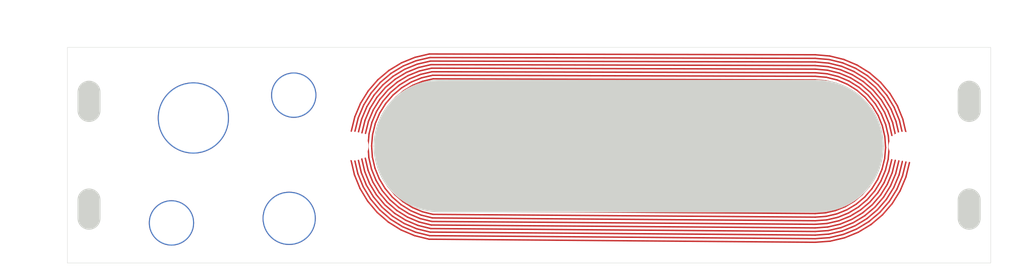
<source format=kicad_pcb>
(kicad_pcb (version 20171130) (host pcbnew 5.1.6-c6e7f7d~87~ubuntu20.04.1)

  (general
    (thickness 1.6)
    (drawings 4)
    (tracks 314)
    (zones 0)
    (modules 5)
    (nets 5)
  )

  (page A4)
  (layers
    (0 Top signal)
    (1 Route2 signal)
    (2 Route15 signal)
    (31 Bottom signal)
    (32 B.Adhes user)
    (33 F.Adhes user)
    (34 B.Paste user)
    (35 F.Paste user)
    (36 B.SilkS user)
    (37 F.SilkS user)
    (38 B.Mask user)
    (39 F.Mask user)
    (40 Dwgs.User user)
    (41 Cmts.User user)
    (42 Eco1.User user)
    (43 Eco2.User user)
    (44 Edge.Cuts user)
    (45 Margin user)
    (46 B.CrtYd user)
    (47 F.CrtYd user)
    (48 B.Fab user)
    (49 F.Fab user)
  )

  (setup
    (last_trace_width 0.25)
    (trace_clearance 0.1524)
    (zone_clearance 0.508)
    (zone_45_only no)
    (trace_min 0.2)
    (via_size 0.8)
    (via_drill 0.4)
    (via_min_size 0.4)
    (via_min_drill 0.3)
    (uvia_size 0.3)
    (uvia_drill 0.1)
    (uvias_allowed no)
    (uvia_min_size 0.2)
    (uvia_min_drill 0.1)
    (edge_width 0.05)
    (segment_width 0.2)
    (pcb_text_width 0.3)
    (pcb_text_size 1.5 1.5)
    (mod_edge_width 0.12)
    (mod_text_size 1 1)
    (mod_text_width 0.15)
    (pad_size 1.524 1.524)
    (pad_drill 0.762)
    (pad_to_mask_clearance 0.05)
    (aux_axis_origin 0 0)
    (visible_elements FFFFFF7F)
    (pcbplotparams
      (layerselection 0x010fc_ffffffff)
      (usegerberextensions false)
      (usegerberattributes true)
      (usegerberadvancedattributes true)
      (creategerberjobfile true)
      (excludeedgelayer true)
      (linewidth 0.100000)
      (plotframeref false)
      (viasonmask false)
      (mode 1)
      (useauxorigin false)
      (hpglpennumber 1)
      (hpglpenspeed 20)
      (hpglpendiameter 15.000000)
      (psnegative false)
      (psa4output false)
      (plotreference true)
      (plotvalue true)
      (plotinvisibletext false)
      (padsonsilk false)
      (subtractmaskfromsilk false)
      (outputformat 1)
      (mirror false)
      (drillshape 1)
      (scaleselection 1)
      (outputdirectory ""))
  )

  (net 0 "")
  (net 1 GND)
  (net 2 N$9)
  (net 3 N$10)
  (net 4 N$6)

  (net_class Default "This is the default net class."
    (clearance 0.1524)
    (trace_width 0.25)
    (via_dia 0.8)
    (via_drill 0.4)
    (uvia_dia 0.3)
    (uvia_drill 0.1)
    (add_net GND)
    (add_net N$10)
    (add_net N$6)
    (add_net N$9)
  )

  (module PickupPanel_simpler:SLOT_HOLE (layer Top) (tedit 0) (tstamp 5F6AACC9)
    (at 87.2511 112.5036 90)
    (fp_text reference U$2 (at 0 0 90) (layer F.SilkS) hide
      (effects (font (size 1.27 1.27) (thickness 0.15)))
    )
    (fp_text value "" (at 0 0 90) (layer F.SilkS) hide
      (effects (font (size 1.27 1.27) (thickness 0.15)))
    )
    (fp_line (start -1.27 0) (end 1.27 0) (layer Edge.Cuts) (width 3.2))
    (fp_text user "CUT OUT" (at 0 0 90) (layer Edge.Cuts)
      (effects (font (size 0.7239 0.7239) (thickness 0.06096)))
    )
    (fp_arc (start -1.27 0) (end -1.27 -1.6) (angle -180) (layer Edge.Cuts) (width 0.00254))
    (fp_arc (start 1.27 0) (end 1.27 -1.6) (angle 180) (layer Edge.Cuts) (width 0.00254))
    (fp_line (start -1.27 1.6) (end 1.27 1.6) (layer Edge.Cuts) (width 0.00254))
    (fp_line (start -1.27 -1.6) (end 1.27 -1.6) (layer Edge.Cuts) (width 0.00254))
  )

  (module PickupPanel_simpler:SLOT_HOLE (layer Top) (tedit 0) (tstamp 5F6AACD2)
    (at 209.7511 112.5036 90)
    (fp_text reference U$4 (at 0 0 90) (layer F.SilkS) hide
      (effects (font (size 1.27 1.27) (thickness 0.15)))
    )
    (fp_text value "" (at 0 0 90) (layer F.SilkS) hide
      (effects (font (size 1.27 1.27) (thickness 0.15)))
    )
    (fp_line (start -1.27 0) (end 1.27 0) (layer Edge.Cuts) (width 3.2))
    (fp_text user "CUT OUT" (at 0 0 90) (layer Edge.Cuts)
      (effects (font (size 0.7239 0.7239) (thickness 0.06096)))
    )
    (fp_arc (start -1.27 0) (end -1.27 -1.6) (angle -180) (layer Edge.Cuts) (width 0.00254))
    (fp_arc (start 1.27 0) (end 1.27 -1.6) (angle 180) (layer Edge.Cuts) (width 0.00254))
    (fp_line (start -1.27 1.6) (end 1.27 1.6) (layer Edge.Cuts) (width 0.00254))
    (fp_line (start -1.27 -1.6) (end 1.27 -1.6) (layer Edge.Cuts) (width 0.00254))
  )

  (module PickupPanel_simpler:SLOT_HOLE (layer Top) (tedit 0) (tstamp 5F6AACDB)
    (at 87.2511 97.5036 90)
    (fp_text reference U$3 (at 0 0 90) (layer F.SilkS) hide
      (effects (font (size 1.27 1.27) (thickness 0.15)))
    )
    (fp_text value "" (at 0 0 90) (layer F.SilkS) hide
      (effects (font (size 1.27 1.27) (thickness 0.15)))
    )
    (fp_line (start -1.27 0) (end 1.27 0) (layer Edge.Cuts) (width 3.2))
    (fp_text user "CUT OUT" (at 0 0 90) (layer Edge.Cuts)
      (effects (font (size 0.7239 0.7239) (thickness 0.06096)))
    )
    (fp_arc (start -1.27 0) (end -1.27 -1.6) (angle -180) (layer Edge.Cuts) (width 0.00254))
    (fp_arc (start 1.27 0) (end 1.27 -1.6) (angle 180) (layer Edge.Cuts) (width 0.00254))
    (fp_line (start -1.27 1.6) (end 1.27 1.6) (layer Edge.Cuts) (width 0.00254))
    (fp_line (start -1.27 -1.6) (end 1.27 -1.6) (layer Edge.Cuts) (width 0.00254))
  )

  (module PickupPanel_simpler:SLOT_HOLE (layer Top) (tedit 0) (tstamp 5F6AACE4)
    (at 209.7511 97.5036 90)
    (fp_text reference U$5 (at 0 0 90) (layer F.SilkS) hide
      (effects (font (size 1.27 1.27) (thickness 0.15)))
    )
    (fp_text value "" (at 0 0 90) (layer F.SilkS) hide
      (effects (font (size 1.27 1.27) (thickness 0.15)))
    )
    (fp_line (start -1.27 0) (end 1.27 0) (layer Edge.Cuts) (width 3.2))
    (fp_text user "CUT OUT" (at 0 0 90) (layer Edge.Cuts)
      (effects (font (size 0.7239 0.7239) (thickness 0.06096)))
    )
    (fp_arc (start -1.27 0) (end -1.27 -1.6) (angle -180) (layer Edge.Cuts) (width 0.00254))
    (fp_arc (start 1.27 0) (end 1.27 -1.6) (angle 180) (layer Edge.Cuts) (width 0.00254))
    (fp_line (start -1.27 1.6) (end 1.27 1.6) (layer Edge.Cuts) (width 0.00254))
    (fp_line (start -1.27 -1.6) (end 1.27 -1.6) (layer Edge.Cuts) (width 0.00254))
  )

  (module PickupPanel_simpler:SINGLE_COIL_CUTOUT_MILLING (layer Top) (tedit 0) (tstamp 5F6AACED)
    (at 162.3561 103.7336)
    (fp_text reference U$6 (at 0 0) (layer F.SilkS) hide
      (effects (font (size 1.27 1.27) (thickness 0.15)))
    )
    (fp_text value "" (at 0 0) (layer F.SilkS) hide
      (effects (font (size 1.27 1.27) (thickness 0.15)))
    )
    (fp_line (start -1.27 -9.15) (end -1.27 9.15) (layer F.SilkS) (width 0.127))
    (fp_line (start -35.5 0) (end 35.5 0) (layer F.SilkS) (width 0.127))
    (fp_line (start -26.3 0) (end 26.3 0) (layer Edge.Cuts) (width 18.4))
    (fp_text user "CUT OUT " (at -21.59 3.81) (layer Edge.Cuts)
      (effects (font (size 6.0325 6.0325) (thickness 0.0635)) (justify left bottom))
    )
    (fp_circle (center 0 12.1) (end 1 12.1) (layer F.Fab) (width 0.127))
    (fp_line (start -8.9 14.9) (end -33.7 9) (layer F.Fab) (width 0.127))
    (fp_line (start 9 14.9) (end 32.6 9) (layer F.Fab) (width 0.127))
    (fp_line (start -8.9 14.9) (end 9 14.9) (layer F.Fab) (width 0.127))
    (fp_line (start -9 14.9) (end -8.9 14.9) (layer F.Fab) (width 0.127))
    (fp_arc (start -31.550253 0.449747) (end -31.100506 -9) (angle -90) (layer F.Fab) (width 0.127))
    (fp_line (start 31.100506 -9) (end -31.100506 -9) (layer F.Fab) (width 0.127))
    (fp_arc (start 31.550253 0.449747) (end 41 0) (angle -90) (layer F.Fab) (width 0.127))
    (fp_arc (start 32.449746 0.449746) (end 32.899493 9) (angle -90) (layer F.Fab) (width 0.127))
    (fp_line (start 32.6 9) (end 32.899493 9) (layer F.Fab) (width 0.127))
    (fp_line (start -32.899493 9) (end 32.6 9) (layer F.Fab) (width 0.127))
    (fp_arc (start -32.449746 0.449746) (end -41 0) (angle -90) (layer F.Fab) (width 0.127))
    (fp_circle (center 5 0) (end 7.6 0) (layer F.Fab) (width 0.127))
    (fp_circle (center 15 0) (end 17.6 0) (layer F.Fab) (width 0.127))
    (fp_circle (center -5 0) (end -2.4 0) (layer F.Fab) (width 0.127))
    (fp_circle (center -15 0) (end -12.4 0) (layer F.Fab) (width 0.127))
    (fp_circle (center 25 0) (end 27.6 0) (layer F.Fab) (width 0.127))
    (fp_circle (center -25 0) (end -22.4 0) (layer F.Fab) (width 0.127))
    (fp_arc (start 26.198059 0.093027) (end 25.780456 -9.2) (angle 92) (layer Edge.Cuts) (width 0.0254))
    (fp_line (start -25.780456 -9.2) (end 25.780456 -9.2) (layer Edge.Cuts) (width 0.0254))
    (fp_arc (start -26.198059 0.093027) (end -35.5 0) (angle 92) (layer Edge.Cuts) (width 0.0254))
    (fp_arc (start -26.198059 -0.093027) (end -25.780456 9.2) (angle 92) (layer Edge.Cuts) (width 0.0254))
    (fp_line (start 25.780456 9.2) (end -25.780456 9.2) (layer Edge.Cuts) (width 0.0254))
    (fp_arc (start 26.198059 -0.093027) (end 35.5 0) (angle 92) (layer Edge.Cuts) (width 0.0254))
    (pad "" np_thru_hole circle (at 38.2 0) (size 4 4) (drill 4) (layers *.Cu *.Mask))
    (pad "" np_thru_hole circle (at -38.2 0) (size 4 4) (drill 4) (layers *.Cu *.Mask))
  )

  (gr_line (start 84.2511 90.0036) (end 84.2511 120.0036) (layer Edge.Cuts) (width 0.05) (tstamp 82834760))
  (gr_line (start 84.2511 120.0036) (end 212.7511 120.0036) (layer Edge.Cuts) (width 0.05) (tstamp 82834B90))
  (gr_line (start 212.7511 120.0036) (end 212.7511 90.0036) (layer Edge.Cuts) (width 0.05) (tstamp 82834FB0))
  (gr_line (start 212.7511 90.0036) (end 84.2511 90.0036) (layer Edge.Cuts) (width 0.05) (tstamp 828353F0))

  (via (at 115.7461 96.6436) (size 6.3048) (drill 6) (layers Top Bottom) (net 1) (tstamp 83C2C6C0))
  (via (at 98.7281 114.4236) (size 6.3048) (drill 6) (layers Top Bottom) (net 1) (tstamp 83C2CA50))
  (via (at 115.1111 113.7886) (size 7.4048) (drill 7.1) (layers Top Bottom) (net 1) (tstamp 83C2CDB0))
  (via (at 101.7761 99.8186) (size 9.906) (drill 9.6012) (layers Top Bottom) (net 1) (tstamp 83C2D100))
  (segment (start 200.9454 108.0478) (end 201.444 106.0242) (width 0.2) (layer Top) (net 1) (tstamp 83C2D5E0))
  (segment (start 200.1371 109.9666) (end 200.9454 108.0478) (width 0.2) (layer Top) (net 1) (tstamp 83C2DAD0))
  (segment (start 199.0396 111.7338) (end 200.1371 109.9666) (width 0.2) (layer Top) (net 1) (tstamp 83C2DF90))
  (segment (start 197.6804 113.3059) (end 199.0396 111.7338) (width 0.2) (layer Top) (net 1) (tstamp 83C2E450))
  (segment (start 196.0936 114.6448) (end 197.6804 113.3059) (width 0.2) (layer Top) (net 1) (tstamp 83C2E910))
  (segment (start 194.3184 115.718) (end 196.0936 114.6448) (width 0.2) (layer Top) (net 1) (tstamp 83C2EDD0))
  (segment (start 192.3991 116.4995) (end 194.3184 115.718) (width 0.2) (layer Top) (net 1) (tstamp 83C2F290))
  (segment (start 190.3831 116.9707) (end 192.3991 116.4995) (width 0.2) (layer Top) (net 1) (tstamp 83C2F750))
  (segment (start 188.3201 117.1206) (end 190.3831 116.9707) (width 0.2) (layer Top) (net 1) (tstamp 83C2FC10))
  (segment (start 134.572 116.692) (end 188.3201 117.1206) (width 0.2) (layer Top) (net 1) (tstamp 83C300C0))
  (segment (start 132.5675 116.198) (end 134.572 116.692) (width 0.2) (layer Top) (net 1) (tstamp 83C30570))
  (segment (start 123.7294 105.735) (end 124.196 107.732) (width 0.2) (layer Top) (net 1) (tstamp 83C30A30))
  (segment (start 124.196 107.732) (end 124.9701 109.6332) (width 0.2) (layer Top) (net 1) (tstamp 83C30EF0))
  (segment (start 130.6668 115.3972) (end 132.5675 116.198) (width 0.2) (layer Top) (net 1) (tstamp 83C313B0))
  (segment (start 128.9164 114.3099) (end 130.6668 115.3972) (width 0.2) (layer Top) (net 1) (tstamp 83C31870))
  (segment (start 124.9701 109.6332) (end 126.033 111.3916) (width 0.2) (layer Top) (net 1) (tstamp 83C31D30))
  (segment (start 126.033 111.3916) (end 127.3592 112.9635) (width 0.2) (layer Top) (net 1) (tstamp 83C321E0))
  (segment (start 127.3592 112.9635) (end 128.9164 114.3099) (width 0.2) (layer Top) (net 1) (tstamp 83C32690))
  (segment (start 200.4698 107.8933) (end 200.9502 105.946) (width 0.2) (layer Top) (net 0) (tstamp 83C32C90))
  (segment (start 199.6916 109.7397) (end 200.4698 107.8933) (width 0.2) (layer Top) (net 0) (tstamp 83C33180))
  (segment (start 198.6351 111.4399) (end 199.6916 109.7397) (width 0.2) (layer Top) (net 0) (tstamp 83C33640))
  (segment (start 197.3269 112.9524) (end 198.6351 111.4399) (width 0.2) (layer Top) (net 0) (tstamp 83C33B00))
  (segment (start 195.7997 114.2403) (end 197.3269 112.9524) (width 0.2) (layer Top) (net 0) (tstamp 83C33FC0))
  (segment (start 194.0915 115.2725) (end 195.7997 114.2403) (width 0.2) (layer Top) (net 0) (tstamp 83C34480))
  (segment (start 192.2446 116.024) (end 194.0915 115.2725) (width 0.2) (layer Top) (net 0) (tstamp 83C34940))
  (segment (start 124.2233 105.6568) (end 124.6716 107.5775) (width 0.2) (layer Top) (net 0) (tstamp 83C34E00))
  (segment (start 124.6716 107.5775) (end 125.4156 109.4062) (width 0.2) (layer Top) (net 0) (tstamp 83C352C0))
  (segment (start 190.3049 116.4769) (end 192.2446 116.024) (width 0.2) (layer Top) (net 0) (tstamp 83C35780))
  (segment (start 188.3201 116.6206) (end 190.3049 116.4769) (width 0.2) (layer Top) (net 0) (tstamp 83C35C40))
  (segment (start 125.4156 109.4062) (end 126.4375 111.0977) (width 0.2) (layer Top) (net 0) (tstamp 83C360F0))
  (segment (start 126.4375 111.0977) (end 127.7127 112.61) (width 0.2) (layer Top) (net 0) (tstamp 83C365B0))
  (segment (start 134.6502 116.1982) (end 188.3201 116.6206) (width 0.2) (layer Top) (net 0) (tstamp 83C36A70))
  (segment (start 132.722 115.7225) (end 134.6502 116.1982) (width 0.2) (layer Top) (net 0) (tstamp 83C36F20))
  (segment (start 127.7127 112.61) (end 129.2103 113.9054) (width 0.2) (layer Top) (net 0) (tstamp 83C373E0))
  (segment (start 129.2103 113.9054) (end 130.8938 114.9517) (width 0.2) (layer Top) (net 0) (tstamp 83C378A0))
  (segment (start 130.8938 114.9517) (end 132.722 115.7225) (width 0.2) (layer Top) (net 0) (tstamp 83C37D60))
  (segment (start 124.2436 99.6667) (end 123.7541 101.6521) (width 0.2) (layer Top) (net 0) (tstamp 83C38360))
  (segment (start 125.0369 97.784) (end 124.2436 99.6667) (width 0.2) (layer Top) (net 0) (tstamp 83C38850))
  (segment (start 126.1139 96.0504) (end 125.0369 97.784) (width 0.2) (layer Top) (net 0) (tstamp 83C38D10))
  (segment (start 127.4476 94.5081) (end 126.1139 96.0504) (width 0.2) (layer Top) (net 0) (tstamp 83C391D0))
  (segment (start 129.0046 93.1946) (end 127.4476 94.5081) (width 0.2) (layer Top) (net 0) (tstamp 83C39690))
  (segment (start 130.7462 92.1419) (end 129.0046 93.1946) (width 0.2) (layer Top) (net 0) (tstamp 83C39B50))
  (segment (start 132.6293 91.3754) (end 130.7462 92.1419) (width 0.2) (layer Top) (net 0) (tstamp 83C3A010))
  (segment (start 134.6072 90.9134) (end 132.6293 91.3754) (width 0.2) (layer Top) (net 0) (tstamp 83C3A4D0))
  (segment (start 188.3201 91.0206) (end 134.6072 90.9134) (width 0.2) (layer Top) (net 0) (tstamp 83C3A990))
  (segment (start 190.3401 91.1921) (end 188.3201 91.0206) (width 0.2) (layer Top) (net 0) (tstamp 83C3AE50))
  (segment (start 192.3064 91.677) (end 190.3401 91.1921) (width 0.2) (layer Top) (net 0) (tstamp 83C3B310))
  (segment (start 194.1709 92.4628) (end 192.3064 91.677) (width 0.2) (layer Top) (net 0) (tstamp 83C3B7D0))
  (segment (start 195.8878 93.5295) (end 194.1709 92.4628) (width 0.2) (layer Top) (net 0) (tstamp 83C3BC90))
  (segment (start 197.4153 94.8504) (end 195.8878 93.5295) (width 0.2) (layer Top) (net 0) (tstamp 83C3C150))
  (segment (start 198.716 96.3926) (end 197.4153 94.8504) (width 0.2) (layer Top) (net 0) (tstamp 83C3C610))
  (segment (start 199.7584 98.1175) (end 198.716 96.3926) (width 0.2) (layer Top) (net 0) (tstamp 83C3CAD0))
  (segment (start 200.5174 99.9825) (end 199.7584 98.1175) (width 0.2) (layer Top) (net 0) (tstamp 83C3CF90))
  (segment (start 200.9749 101.9413) (end 200.5174 99.9825) (width 0.2) (layer Top) (net 0) (tstamp 83C3D450))
  (segment (start 200.481 102.0195) (end 200.0419 100.137) (width 0.2) (layer Top) (net 0) (tstamp 83C3DA50))
  (segment (start 200.0419 100.137) (end 199.3129 98.3445) (width 0.2) (layer Top) (net 0) (tstamp 83C3DF40))
  (segment (start 199.3129 98.3445) (end 198.3115 96.6865) (width 0.2) (layer Top) (net 0) (tstamp 83C3E400))
  (segment (start 198.3115 96.6865) (end 197.0617 95.204) (width 0.2) (layer Top) (net 0) (tstamp 83C3E8C0))
  (segment (start 197.0617 95.204) (end 195.5939 93.934) (width 0.2) (layer Top) (net 0) (tstamp 83C3ED80))
  (segment (start 195.5939 93.934) (end 193.9439 92.9083) (width 0.2) (layer Top) (net 0) (tstamp 83C3F240))
  (segment (start 193.9439 92.9083) (end 192.1519 92.1525) (width 0.2) (layer Top) (net 0) (tstamp 83C3F700))
  (segment (start 192.1519 92.1525) (end 190.2618 91.6859) (width 0.2) (layer Top) (net 0) (tstamp 83C3FBC0))
  (segment (start 190.2618 91.6859) (end 188.3201 91.5206) (width 0.2) (layer Top) (net 0) (tstamp 83C40080))
  (segment (start 188.3201 91.5206) (end 134.6854 91.4072) (width 0.2) (layer Top) (net 0) (tstamp 83C40540))
  (segment (start 134.6854 91.4072) (end 132.7838 91.8509) (width 0.2) (layer Top) (net 0) (tstamp 83C40A00))
  (segment (start 132.7838 91.8509) (end 130.9732 92.5874) (width 0.2) (layer Top) (net 0) (tstamp 83C40EC0))
  (segment (start 130.9732 92.5874) (end 129.2985 93.5991) (width 0.2) (layer Top) (net 0) (tstamp 83C41380))
  (segment (start 129.2985 93.5991) (end 127.8011 94.8616) (width 0.2) (layer Top) (net 0) (tstamp 83C41840))
  (segment (start 127.8011 94.8616) (end 126.5184 96.3443) (width 0.2) (layer Top) (net 0) (tstamp 83C41CF0))
  (segment (start 126.5184 96.3443) (end 125.4824 98.011) (width 0.2) (layer Top) (net 0) (tstamp 83C421A0))
  (segment (start 124.7191 99.8212) (end 124.248 101.7303) (width 0.2) (layer Top) (net 0) (tstamp 83C42660))
  (segment (start 125.4824 98.011) (end 124.7191 99.8212) (width 0.2) (layer Top) (net 0) (tstamp 83C42B20))
  (segment (start 199.9943 107.7388) (end 200.4563 105.8678) (width 0.2) (layer Top) (net 0) (tstamp 83C43120))
  (segment (start 199.2461 109.5127) (end 199.9943 107.7388) (width 0.2) (layer Top) (net 0) (tstamp 83C43610))
  (segment (start 198.2306 111.146) (end 199.2461 109.5127) (width 0.2) (layer Top) (net 0) (tstamp 83C43AD0))
  (segment (start 196.9733 112.5988) (end 198.2306 111.146) (width 0.2) (layer Top) (net 0) (tstamp 83C43F90))
  (segment (start 195.5058 113.8358) (end 196.9733 112.5988) (width 0.2) (layer Top) (net 0) (tstamp 83C44450))
  (segment (start 193.8645 114.827) (end 195.5058 113.8358) (width 0.2) (layer Top) (net 0) (tstamp 83C44910))
  (segment (start 192.0901 115.5485) (end 193.8645 114.827) (width 0.2) (layer Top) (net 0) (tstamp 83C44DD0))
  (segment (start 190.2266 115.9831) (end 192.0901 115.5485) (width 0.2) (layer Top) (net 0) (tstamp 83C45290))
  (segment (start 124.7171 105.5786) (end 125.1471 107.423) (width 0.2) (layer Top) (net 0) (tstamp 83C45750))
  (segment (start 188.3201 116.1206) (end 190.2266 115.9831) (width 0.2) (layer Top) (net 0) (tstamp 83C45C10))
  (segment (start 134.7285 115.7044) (end 188.3201 116.1206) (width 0.2) (layer Top) (net 0) (tstamp 83C460C0))
  (segment (start 125.1471 107.423) (end 125.8611 109.1792) (width 0.2) (layer Top) (net 0) (tstamp 83C46570))
  (segment (start 125.8611 109.1792) (end 126.842 110.8038) (width 0.2) (layer Top) (net 0) (tstamp 83C46A20))
  (segment (start 132.8765 115.2469) (end 134.7285 115.7044) (width 0.2) (layer Top) (net 0) (tstamp 83C46ED0))
  (segment (start 131.1208 114.5062) (end 132.8765 115.2469) (width 0.2) (layer Top) (net 0) (tstamp 83C47390))
  (segment (start 126.842 110.8038) (end 128.0663 112.2564) (width 0.2) (layer Top) (net 0) (tstamp 83C47850))
  (segment (start 128.0663 112.2564) (end 129.5042 113.5009) (width 0.2) (layer Top) (net 0) (tstamp 83C47D10))
  (segment (start 129.5042 113.5009) (end 131.1208 114.5062) (width 0.2) (layer Top) (net 0) (tstamp 83C481D0))
  (segment (start 199.9872 102.0977) (end 199.5663 100.2915) (width 0.2) (layer Top) (net 0) (tstamp 83C487D0))
  (segment (start 199.5663 100.2915) (end 198.8674 98.5715) (width 0.2) (layer Top) (net 0) (tstamp 83C48CC0))
  (segment (start 198.8674 98.5715) (end 197.907 96.9803) (width 0.2) (layer Top) (net 0) (tstamp 83C49180))
  (segment (start 197.907 96.9803) (end 196.7082 95.5575) (width 0.2) (layer Top) (net 0) (tstamp 83C49640))
  (segment (start 196.7082 95.5575) (end 195.3 94.3385) (width 0.2) (layer Top) (net 0) (tstamp 83C49B00))
  (segment (start 195.3 94.3385) (end 193.7169 93.3538) (width 0.2) (layer Top) (net 0) (tstamp 83C49FC0))
  (segment (start 193.7169 93.3538) (end 191.9974 92.628) (width 0.2) (layer Top) (net 0) (tstamp 83C4A480))
  (segment (start 191.9974 92.628) (end 190.1836 92.1798) (width 0.2) (layer Top) (net 0) (tstamp 83C4A940))
  (segment (start 190.1836 92.1798) (end 188.3201 92.0206) (width 0.2) (layer Top) (net 0) (tstamp 83C4AE00))
  (segment (start 188.3201 92.0206) (end 134.7637 91.9011) (width 0.2) (layer Top) (net 0) (tstamp 83C4B2C0))
  (segment (start 134.7637 91.9011) (end 132.9383 92.3265) (width 0.2) (layer Top) (net 0) (tstamp 83C4B780))
  (segment (start 132.9383 92.3265) (end 131.2002 93.0329) (width 0.2) (layer Top) (net 0) (tstamp 83C4BC40))
  (segment (start 131.2002 93.0329) (end 129.5924 94.0036) (width 0.2) (layer Top) (net 0) (tstamp 83C4C100))
  (segment (start 129.5924 94.0036) (end 128.1547 95.2152) (width 0.2) (layer Top) (net 0) (tstamp 83C4C590))
  (segment (start 128.1547 95.2152) (end 126.9229 96.6382) (width 0.2) (layer Top) (net 0) (tstamp 83C4CA20))
  (segment (start 126.9229 96.6382) (end 125.9279 98.238) (width 0.2) (layer Top) (net 0) (tstamp 83C4CEE0))
  (segment (start 125.9279 98.238) (end 125.1946 99.9757) (width 0.2) (layer Top) (net 0) (tstamp 83C4D3A0))
  (segment (start 125.1946 99.9757) (end 124.7418 101.8085) (width 0.2) (layer Top) (net 0) (tstamp 83C4D860))
  (segment (start 199.5188 107.5843) (end 199.9625 105.7896) (width 0.2) (layer Top) (net 2) (tstamp 83C4DE60))
  (segment (start 198.8006 109.2857) (end 199.5188 107.5843) (width 0.2) (layer Top) (net 2) (tstamp 83C4E350))
  (segment (start 197.826 110.8521) (end 198.8006 109.2857) (width 0.2) (layer Top) (net 2) (tstamp 83C4E810))
  (segment (start 196.6198 112.2453) (end 197.826 110.8521) (width 0.2) (layer Top) (net 2) (tstamp 83C4ECD0))
  (segment (start 195.2119 113.4313) (end 196.6198 112.2453) (width 0.2) (layer Top) (net 2) (tstamp 83C4F190))
  (segment (start 193.6375 114.3815) (end 195.2119 113.4313) (width 0.2) (layer Top) (net 2) (tstamp 83C4F650))
  (segment (start 191.9356 115.073) (end 193.6375 114.3815) (width 0.2) (layer Top) (net 2) (tstamp 83C4FB10))
  (segment (start 190.1484 115.4892) (end 191.9356 115.073) (width 0.2) (layer Top) (net 2) (tstamp 83C4FFD0))
  (segment (start 125.211 105.5004) (end 125.6226 107.2685) (width 0.2) (layer Top) (net 2) (tstamp 83C50490))
  (segment (start 188.3201 115.6206) (end 190.1484 115.4892) (width 0.2) (layer Top) (net 2) (tstamp 83C50950))
  (segment (start 134.8067 115.2105) (end 188.3201 115.6206) (width 0.2) (layer Top) (net 2) (tstamp 83C50E00))
  (segment (start 125.6226 107.2685) (end 126.3066 108.9522) (width 0.2) (layer Top) (net 2) (tstamp 83C512B0))
  (segment (start 126.3066 108.9522) (end 127.2465 110.5099) (width 0.2) (layer Top) (net 2) (tstamp 83C51770))
  (segment (start 133.0311 114.7714) (end 134.8067 115.2105) (width 0.2) (layer Top) (net 2) (tstamp 83C51C30))
  (segment (start 131.3478 114.0607) (end 133.0311 114.7714) (width 0.2) (layer Top) (net 2) (tstamp 83C520E0))
  (segment (start 127.2465 110.5099) (end 128.4198 111.9029) (width 0.2) (layer Top) (net 2) (tstamp 83C52590))
  (segment (start 128.4198 111.9029) (end 129.7981 113.0964) (width 0.2) (layer Top) (net 2) (tstamp 83C52A50))
  (segment (start 129.7981 113.0964) (end 131.3478 114.0607) (width 0.2) (layer Top) (net 2) (tstamp 83C52F10))
  (segment (start 199.4933 102.1759) (end 199.0908 100.446) (width 0.2) (layer Top) (net 0) (tstamp 83C53560))
  (segment (start 199.0908 100.446) (end 198.4219 98.7985) (width 0.2) (layer Top) (net 0) (tstamp 83C53A20))
  (segment (start 198.4219 98.7985) (end 197.5024 97.2742) (width 0.2) (layer Top) (net 0) (tstamp 83C53EE0))
  (segment (start 197.5024 97.2742) (end 196.3546 95.9111) (width 0.2) (layer Top) (net 0) (tstamp 83C543A0))
  (segment (start 196.3546 95.9111) (end 195.0062 94.743) (width 0.2) (layer Top) (net 0) (tstamp 83C54860))
  (segment (start 195.0062 94.743) (end 193.4899 93.7993) (width 0.2) (layer Top) (net 0) (tstamp 83C54D20))
  (segment (start 193.4899 93.7993) (end 191.8429 93.1036) (width 0.2) (layer Top) (net 0) (tstamp 83C551E0))
  (segment (start 191.8429 93.1036) (end 190.1054 92.6736) (width 0.2) (layer Top) (net 0) (tstamp 83C55690))
  (segment (start 190.1054 92.6736) (end 188.3201 92.5206) (width 0.2) (layer Top) (net 0) (tstamp 83C55B30))
  (segment (start 188.3201 92.5206) (end 134.8419 92.3949) (width 0.2) (layer Top) (net 0) (tstamp 83C55FE0))
  (segment (start 134.8419 92.3949) (end 133.0929 92.802) (width 0.2) (layer Top) (net 0) (tstamp 83C564A0))
  (segment (start 133.0929 92.802) (end 131.4272 93.4784) (width 0.2) (layer Top) (net 0) (tstamp 83C56960))
  (segment (start 131.4272 93.4784) (end 129.8863 94.4081) (width 0.2) (layer Top) (net 0) (tstamp 83C56E20))
  (segment (start 129.8863 94.4081) (end 128.5082 95.5687) (width 0.2) (layer Top) (net 0) (tstamp 83C572E0))
  (segment (start 128.5082 95.5687) (end 127.3274 96.9321) (width 0.2) (layer Top) (net 0) (tstamp 83C577A0))
  (segment (start 127.3274 96.9321) (end 126.3734 98.465) (width 0.2) (layer Top) (net 0) (tstamp 83C57C60))
  (segment (start 125.6702 100.1302) (end 125.2356 101.8867) (width 0.2) (layer Top) (net 0) (tstamp 83C58120))
  (segment (start 126.3734 98.465) (end 125.6702 100.1302) (width 0.2) (layer Top) (net 0) (tstamp 83C585E0))
  (segment (start 199.0433 107.4298) (end 199.4686 105.7114) (width 0.2) (layer Top) (net 3) (tstamp 83C58BE0))
  (segment (start 198.3551 109.0587) (end 199.0433 107.4298) (width 0.2) (layer Top) (net 3) (tstamp 83C590D0))
  (segment (start 197.4215 110.5582) (end 198.3551 109.0587) (width 0.2) (layer Top) (net 3) (tstamp 83C59590))
  (segment (start 196.2662 111.8917) (end 197.4215 110.5582) (width 0.2) (layer Top) (net 3) (tstamp 83C59A50))
  (segment (start 194.918 113.0268) (end 196.2662 111.8917) (width 0.2) (layer Top) (net 3) (tstamp 83C59F10))
  (segment (start 193.4105 113.936) (end 194.918 113.0268) (width 0.2) (layer Top) (net 3) (tstamp 83C5A3D0))
  (segment (start 191.7811 114.5974) (end 193.4105 113.936) (width 0.2) (layer Top) (net 3) (tstamp 83C5A890))
  (segment (start 125.7048 105.4222) (end 126.0981 107.114) (width 0.2) (layer Top) (net 3) (tstamp 83C5AD50))
  (segment (start 126.0981 107.114) (end 126.7521 108.7252) (width 0.2) (layer Top) (net 3) (tstamp 83C5B210))
  (segment (start 190.0702 114.9954) (end 191.7811 114.5974) (width 0.2) (layer Top) (net 3) (tstamp 83C5B6D0))
  (segment (start 188.3201 115.1206) (end 190.0702 114.9954) (width 0.2) (layer Top) (net 3) (tstamp 83C5BB90))
  (segment (start 126.7521 108.7252) (end 127.651 110.216) (width 0.2) (layer Top) (net 3) (tstamp 83C5C040))
  (segment (start 127.651 110.216) (end 128.7734 111.5493) (width 0.2) (layer Top) (net 3) (tstamp 83C5C500))
  (segment (start 134.8849 114.7167) (end 188.3201 115.1206) (width 0.2) (layer Top) (net 3) (tstamp 83C5C9C0))
  (segment (start 133.1856 114.2959) (end 134.8849 114.7167) (width 0.2) (layer Top) (net 3) (tstamp 83C5CE70))
  (segment (start 128.7734 111.5493) (end 130.092 112.6919) (width 0.2) (layer Top) (net 3) (tstamp 83C5D330))
  (segment (start 130.092 112.6919) (end 131.5748 113.6152) (width 0.2) (layer Top) (net 3) (tstamp 83C5D7F0))
  (segment (start 131.5748 113.6152) (end 133.1856 114.2959) (width 0.2) (layer Top) (net 3) (tstamp 83C5DCB0))
  (segment (start 198.9995 102.2542) (end 198.6153 100.6005) (width 0.2) (layer Top) (net 4) (tstamp 83C5E300))
  (segment (start 198.6153 100.6005) (end 197.9764 99.0255) (width 0.2) (layer Top) (net 4) (tstamp 83C5E7C0))
  (segment (start 197.9764 99.0255) (end 197.0979 97.5681) (width 0.2) (layer Top) (net 4) (tstamp 83C5EC80))
  (segment (start 197.0979 97.5681) (end 196.001 96.2647) (width 0.2) (layer Top) (net 4) (tstamp 83C5F140))
  (segment (start 196.001 96.2647) (end 194.7123 95.1475) (width 0.2) (layer Top) (net 4) (tstamp 83C5F600))
  (segment (start 194.7123 95.1475) (end 193.2629 94.2448) (width 0.2) (layer Top) (net 4) (tstamp 83C5FAC0))
  (segment (start 193.2629 94.2448) (end 191.6884 93.5791) (width 0.2) (layer Top) (net 4) (tstamp 83C5FF80))
  (segment (start 191.6884 93.5791) (end 190.0272 93.1675) (width 0.2) (layer Top) (net 4) (tstamp 83C60440))
  (segment (start 190.0272 93.1675) (end 188.3201 93.0206) (width 0.2) (layer Top) (net 4) (tstamp 83C60900))
  (segment (start 188.3201 93.0206) (end 134.9201 92.8888) (width 0.2) (layer Top) (net 4) (tstamp 83C60DC0))
  (segment (start 134.9201 92.8888) (end 133.2474 93.2775) (width 0.2) (layer Top) (net 4) (tstamp 83C61280))
  (segment (start 133.2474 93.2775) (end 131.6542 93.9239) (width 0.2) (layer Top) (net 4) (tstamp 83C61740))
  (segment (start 131.6542 93.9239) (end 130.1802 94.8126) (width 0.2) (layer Top) (net 4) (tstamp 83C61C00))
  (segment (start 130.1802 94.8126) (end 128.8618 95.9223) (width 0.2) (layer Top) (net 4) (tstamp 83C620C0))
  (segment (start 128.8618 95.9223) (end 127.7319 97.226) (width 0.2) (layer Top) (net 4) (tstamp 83C62580))
  (segment (start 127.7319 97.226) (end 126.8189 98.692) (width 0.2) (layer Top) (net 4) (tstamp 83C62A40))
  (segment (start 126.8189 98.692) (end 126.1457 100.2847) (width 0.2) (layer Top) (net 4) (tstamp 83C62F00))
  (segment (start 126.1457 100.2847) (end 125.7295 101.965) (width 0.2) (layer Top) (net 4) (tstamp 83C633C0))
  (segment (start 135.1978 112.7413) (end 188.3201 113.1206) (width 0.2) (layer Top) (net 0) (tstamp 83C639C0))
  (segment (start 188.3201 113.1206) (end 189.7573 113.02) (width 0.2) (layer Top) (net 0) (tstamp 83C63EA0))
  (segment (start 189.7573 113.02) (end 191.1631 112.6953) (width 0.2) (layer Top) (net 0) (tstamp 83C64350))
  (segment (start 191.1631 112.6953) (end 192.5025 112.154) (width 0.2) (layer Top) (net 0) (tstamp 83C64810))
  (segment (start 192.5025 112.154) (end 193.7424 111.4088) (width 0.2) (layer Top) (net 0) (tstamp 83C64CD0))
  (segment (start 193.7424 111.4088) (end 194.852 110.4775) (width 0.2) (layer Top) (net 0) (tstamp 83C65190))
  (segment (start 194.852 110.4775) (end 195.8035 109.3826) (width 0.2) (layer Top) (net 0) (tstamp 83C65650))
  (segment (start 195.8035 109.3826) (end 196.573 108.1507) (width 0.2) (layer Top) (net 0) (tstamp 83C65B10))
  (segment (start 196.573 108.1507) (end 197.1411 106.8117) (width 0.2) (layer Top) (net 0) (tstamp 83C65FD0))
  (segment (start 197.1411 106.8117) (end 197.4933 105.3985) (width 0.2) (layer Top) (net 0) (tstamp 83C66490))
  (segment (start 197.4933 105.3985) (end 197.6201 103.9456) (width 0.2) (layer Top) (net 0) (tstamp 83C66950))
  (segment (start 197.6201 103.9456) (end 197.5179 102.4888) (width 0.2) (layer Top) (net 0) (tstamp 83C66E10))
  (segment (start 197.5179 102.4888) (end 197.1887 101.064) (width 0.2) (layer Top) (net 0) (tstamp 83C672D0))
  (segment (start 197.1887 101.064) (end 196.6399 99.7065) (width 0.2) (layer Top) (net 0) (tstamp 83C67790))
  (segment (start 196.6399 99.7065) (end 195.8844 98.4498) (width 0.2) (layer Top) (net 0) (tstamp 81EA20A0))
  (segment (start 195.8844 98.4498) (end 194.9404 97.3253) (width 0.2) (layer Top) (net 0) (tstamp 81EA2560))
  (segment (start 194.9404 97.3253) (end 193.8306 96.3611) (width 0.2) (layer Top) (net 0) (tstamp 81EA2A20))
  (segment (start 193.8306 96.3611) (end 192.5819 95.5813) (width 0.2) (layer Top) (net 0) (tstamp 81EA2EE0))
  (segment (start 192.5819 95.5813) (end 191.2249 95.0057) (width 0.2) (layer Top) (net 0) (tstamp 81EA33A0))
  (segment (start 191.2249 95.0057) (end 189.7925 94.649) (width 0.2) (layer Top) (net 0) (tstamp 81EA3860))
  (segment (start 189.7925 94.649) (end 188.3201 94.5206) (width 0.2) (layer Top) (net 0) (tstamp 81EA3D20))
  (segment (start 188.3201 94.5206) (end 135.1547 94.3703) (width 0.2) (layer Top) (net 0) (tstamp 81EA41E0))
  (segment (start 135.1547 94.3703) (end 133.7109 94.7041) (width 0.2) (layer Top) (net 0) (tstamp 81EA46A0))
  (segment (start 133.7109 94.7041) (end 132.3352 95.2605) (width 0.2) (layer Top) (net 0) (tstamp 81EA4B60))
  (segment (start 132.3352 95.2605) (end 131.0618 96.0262) (width 0.2) (layer Top) (net 0) (tstamp 81EA5020))
  (segment (start 131.0618 96.0262) (end 129.9224 96.9829) (width 0.2) (layer Top) (net 0) (tstamp 81EA54E0))
  (segment (start 129.9224 96.9829) (end 128.9454 98.1076) (width 0.2) (layer Top) (net 0) (tstamp 81EA59A0))
  (segment (start 128.9454 98.1076) (end 128.1554 99.373) (width 0.2) (layer Top) (net 0) (tstamp 81EA5E60))
  (segment (start 128.1554 99.373) (end 127.5723 100.7482) (width 0.2) (layer Top) (net 0) (tstamp 81EA6320))
  (segment (start 127.5723 100.7482) (end 127.211 102.1996) (width 0.2) (layer Top) (net 0) (tstamp 81EA67E0))
  (segment (start 127.211 102.1996) (end 127.0811 103.6916) (width 0.2) (layer Top) (net 0) (tstamp 81EA6CA0))
  (segment (start 127.0811 103.6916) (end 127.1863 105.1875) (width 0.2) (layer Top) (net 0) (tstamp 81EA7150))
  (segment (start 127.1863 105.1875) (end 127.5247 106.6504) (width 0.2) (layer Top) (net 0) (tstamp 81EA7600))
  (segment (start 127.5247 106.6504) (end 128.0886 108.0442) (width 0.2) (layer Top) (net 0) (tstamp 81EA7AC0))
  (segment (start 128.0886 108.0442) (end 128.8645 109.3343) (width 0.2) (layer Top) (net 0) (tstamp 81EA7F80))
  (segment (start 128.8645 109.3343) (end 129.834 110.4887) (width 0.2) (layer Top) (net 0) (tstamp 81EA8440))
  (segment (start 129.834 110.4887) (end 130.9737 111.4784) (width 0.2) (layer Top) (net 0) (tstamp 81EA8900))
  (segment (start 130.9737 111.4784) (end 132.2558 112.2787) (width 0.2) (layer Top) (net 0) (tstamp 81EA8DC0))
  (segment (start 132.2558 112.2787) (end 133.6491 112.8693) (width 0.2) (layer Top) (net 0) (tstamp 81EA9280))
  (segment (start 133.6491 112.8693) (end 135.1196 113.2351) (width 0.2) (layer Top) (net 0) (tstamp 81EA9740))
  (segment (start 135.1196 113.2351) (end 188.3201 113.6206) (width 0.2) (layer Top) (net 0) (tstamp 81EA9C00))
  (segment (start 188.3201 113.6206) (end 189.8356 113.5138) (width 0.2) (layer Top) (net 0) (tstamp 81EAA0B0))
  (segment (start 189.8356 113.5138) (end 191.3176 113.1708) (width 0.2) (layer Top) (net 0) (tstamp 81EAA560))
  (segment (start 191.3176 113.1708) (end 192.7295 112.5995) (width 0.2) (layer Top) (net 0) (tstamp 81EAAA20))
  (segment (start 192.7295 112.5995) (end 194.0363 111.8133) (width 0.2) (layer Top) (net 0) (tstamp 81EAAEE0))
  (segment (start 194.0363 111.8133) (end 195.2056 110.8311) (width 0.2) (layer Top) (net 0) (tstamp 81EAB3A0))
  (segment (start 195.2056 110.8311) (end 196.208 109.6765) (width 0.2) (layer Top) (net 0) (tstamp 81EAB860))
  (segment (start 196.208 109.6765) (end 197.0186 108.3777) (width 0.2) (layer Top) (net 0) (tstamp 81EABD20))
  (segment (start 197.0186 108.3777) (end 197.6167 106.9662) (width 0.2) (layer Top) (net 0) (tstamp 81EAC1E0))
  (segment (start 197.6167 106.9662) (end 197.9871 105.4767) (width 0.2) (layer Top) (net 0) (tstamp 81EAC6A0))
  (segment (start 197.9871 105.4767) (end 198.1201 103.9456) (width 0.2) (layer Top) (net 0) (tstamp 81EACB60))
  (segment (start 198.1201 103.9456) (end 198.0118 102.4106) (width 0.2) (layer Top) (net 0) (tstamp 81EAD020))
  (segment (start 198.0118 102.4106) (end 197.6642 100.9095) (width 0.2) (layer Top) (net 0) (tstamp 81EAD4E0))
  (segment (start 197.6642 100.9095) (end 197.0854 99.4795) (width 0.2) (layer Top) (net 0) (tstamp 81EAD9A0))
  (segment (start 197.0854 99.4795) (end 196.2889 98.1559) (width 0.2) (layer Top) (net 0) (tstamp 81EADE60))
  (segment (start 196.2889 98.1559) (end 195.2939 96.9718) (width 0.2) (layer Top) (net 0) (tstamp 81EAE320))
  (segment (start 195.2939 96.9718) (end 194.1245 95.9566) (width 0.2) (layer Top) (net 0) (tstamp 81EAE7E0))
  (segment (start 194.1245 95.9566) (end 192.8089 95.1358) (width 0.2) (layer Top) (net 0) (tstamp 81EAECA0))
  (segment (start 192.8089 95.1358) (end 191.3794 94.5301) (width 0.2) (layer Top) (net 0) (tstamp 81EAF160))
  (segment (start 191.3794 94.5301) (end 189.8708 94.1551) (width 0.2) (layer Top) (net 0) (tstamp 81EAF620))
  (segment (start 189.8708 94.1551) (end 188.3201 94.0206) (width 0.2) (layer Top) (net 0) (tstamp 81EAFAE0))
  (segment (start 188.3201 94.0206) (end 135.0765 93.8764) (width 0.2) (layer Top) (net 0) (tstamp 81EAFFA0))
  (segment (start 135.0765 93.8764) (end 133.5564 94.2286) (width 0.2) (layer Top) (net 0) (tstamp 81EB0460))
  (segment (start 133.5564 94.2286) (end 132.1082 94.8149) (width 0.2) (layer Top) (net 0) (tstamp 81EB0920))
  (segment (start 132.1082 94.8149) (end 130.7679 95.6217) (width 0.2) (layer Top) (net 0) (tstamp 81EB0DE0))
  (segment (start 130.7679 95.6217) (end 129.5689 96.6294) (width 0.2) (layer Top) (net 0) (tstamp 81EB12A0))
  (segment (start 129.5689 96.6294) (end 128.5409 97.8137) (width 0.2) (layer Top) (net 0) (tstamp 81EB1760))
  (segment (start 128.5409 97.8137) (end 127.7099 99.146) (width 0.2) (layer Top) (net 0) (tstamp 81EB1C20))
  (segment (start 127.7099 99.146) (end 127.0968 100.5937) (width 0.2) (layer Top) (net 0) (tstamp 81EB20E0))
  (segment (start 127.0968 100.5937) (end 126.7172 102.1214) (width 0.2) (layer Top) (net 0) (tstamp 81EB25A0))
  (segment (start 126.7172 102.1214) (end 126.5811 103.6916) (width 0.2) (layer Top) (net 0) (tstamp 81EB2A60))
  (segment (start 126.5811 103.6916) (end 126.6925 105.2657) (width 0.2) (layer Top) (net 0) (tstamp 81EB2F10))
  (segment (start 126.6925 105.2657) (end 127.0492 106.8049) (width 0.2) (layer Top) (net 0) (tstamp 81EB33C0))
  (segment (start 127.0492 106.8049) (end 127.6431 108.2712) (width 0.2) (layer Top) (net 0) (tstamp 81EB3880))
  (segment (start 127.6431 108.2712) (end 128.46 109.6282) (width 0.2) (layer Top) (net 0) (tstamp 81EB3D40))
  (segment (start 128.46 109.6282) (end 129.4805 110.8422) (width 0.2) (layer Top) (net 0) (tstamp 81EB4200))
  (segment (start 129.4805 110.8422) (end 130.6798 111.8829) (width 0.2) (layer Top) (net 0) (tstamp 81EB46C0))
  (segment (start 130.6798 111.8829) (end 132.0288 112.7242) (width 0.2) (layer Top) (net 0) (tstamp 81EB4B80))
  (segment (start 132.0288 112.7242) (end 133.4946 113.3448) (width 0.2) (layer Top) (net 0) (tstamp 81EB5040))
  (segment (start 133.4946 113.3448) (end 135.0413 113.729) (width 0.2) (layer Top) (net 0) (tstamp 81EB5500))
  (segment (start 135.0413 113.729) (end 188.3201 114.1206) (width 0.2) (layer Top) (net 0) (tstamp 81EB59C0))
  (segment (start 188.3201 114.1206) (end 189.9138 114.0077) (width 0.2) (layer Top) (net 0) (tstamp 81EB5E70))
  (segment (start 189.9138 114.0077) (end 191.4721 113.6464) (width 0.2) (layer Top) (net 0) (tstamp 81EB6320))
  (segment (start 191.4721 113.6464) (end 192.9565 113.045) (width 0.2) (layer Top) (net 0) (tstamp 81EB67E0))
  (segment (start 192.9565 113.045) (end 194.3302 112.2178) (width 0.2) (layer Top) (net 0) (tstamp 81EB6CA0))
  (segment (start 194.3302 112.2178) (end 195.5591 111.1846) (width 0.2) (layer Top) (net 0) (tstamp 81EB7160))
  (segment (start 195.5591 111.1846) (end 196.6125 109.9704) (width 0.2) (layer Top) (net 0) (tstamp 81EB7610))
  (segment (start 196.6125 109.9704) (end 197.4641 108.6047) (width 0.2) (layer Top) (net 0) (tstamp 81EB7AC0))
  (segment (start 197.4641 108.6047) (end 198.0922 107.1207) (width 0.2) (layer Top) (net 0) (tstamp 81EB7F80))
  (segment (start 198.0922 107.1207) (end 198.4809 105.5549) (width 0.2) (layer Top) (net 0) (tstamp 81EB8440))
  (segment (start 198.4809 105.5549) (end 198.6201 103.9456) (width 0.2) (layer Top) (net 0) (tstamp 81EB8900))
  (segment (start 198.6201 103.9456) (end 198.5056 102.3324) (width 0.2) (layer Top) (net 0) (tstamp 81EB8DC0))
  (segment (start 198.5056 102.3324) (end 198.1398 100.755) (width 0.2) (layer Top) (net 0) (tstamp 81EB9280))
  (segment (start 198.1398 100.755) (end 197.5309 99.2525) (width 0.2) (layer Top) (net 0) (tstamp 81EB9740))
  (segment (start 197.5309 99.2525) (end 196.6934 97.862) (width 0.2) (layer Top) (net 0) (tstamp 81EB9C00))
  (segment (start 196.6934 97.862) (end 195.6475 96.6182) (width 0.2) (layer Top) (net 0) (tstamp 81EBA0C0))
  (segment (start 195.6475 96.6182) (end 194.4184 95.552) (width 0.2) (layer Top) (net 0) (tstamp 81EBA580))
  (segment (start 194.4184 95.552) (end 193.0359 94.6903) (width 0.2) (layer Top) (net 0) (tstamp 81EBAA40))
  (segment (start 193.0359 94.6903) (end 191.5339 94.0546) (width 0.2) (layer Top) (net 0) (tstamp 81EBAF00))
  (segment (start 191.5339 94.0546) (end 189.949 93.6613) (width 0.2) (layer Top) (net 0) (tstamp 81EBB3C0))
  (segment (start 189.949 93.6613) (end 188.3201 93.5206) (width 0.2) (layer Top) (net 0) (tstamp 81EBB880))
  (segment (start 188.3201 93.5206) (end 134.9983 93.3826) (width 0.2) (layer Top) (net 0) (tstamp 81EBBD40))
  (segment (start 134.9983 93.3826) (end 133.4019 93.7531) (width 0.2) (layer Top) (net 0) (tstamp 81EBC200))
  (segment (start 133.4019 93.7531) (end 131.8812 94.3694) (width 0.2) (layer Top) (net 0) (tstamp 81EBC6C0))
  (segment (start 131.8812 94.3694) (end 130.474 95.2171) (width 0.2) (layer Top) (net 0) (tstamp 81EBCB80))
  (segment (start 130.474 95.2171) (end 129.2153 96.2758) (width 0.2) (layer Top) (net 0) (tstamp 81EBD040))
  (segment (start 129.2153 96.2758) (end 128.1364 97.5199) (width 0.2) (layer Top) (net 0) (tstamp 81EBD500))
  (segment (start 128.1364 97.5199) (end 127.2644 98.919) (width 0.2) (layer Top) (net 0) (tstamp 81EBD9C0))
  (segment (start 127.2644 98.919) (end 126.6212 100.4392) (width 0.2) (layer Top) (net 0) (tstamp 81EBDE80))
  (segment (start 126.6212 100.4392) (end 126.2233 102.0432) (width 0.2) (layer Top) (net 0) (tstamp 81EBE340))
  (segment (start 126.2233 102.0432) (end 126.0811 103.6916) (width 0.2) (layer Top) (net 0) (tstamp 81EBE800))
  (segment (start 126.0811 103.6916) (end 126.1986 105.3439) (width 0.2) (layer Top) (net 0) (tstamp 81EBECB0))
  (segment (start 126.1986 105.3439) (end 126.5737 106.9595) (width 0.2) (layer Top) (net 0) (tstamp 81EBF160))
  (segment (start 126.5737 106.9595) (end 127.1976 108.4982) (width 0.2) (layer Top) (net 0) (tstamp 81EBF620))
  (segment (start 127.1976 108.4982) (end 128.0555 109.9221) (width 0.2) (layer Top) (net 0) (tstamp 81EBFAE0))
  (segment (start 128.0555 109.9221) (end 129.1269 111.1958) (width 0.2) (layer Top) (net 0) (tstamp 81EBFFA0))
  (segment (start 129.1269 111.1958) (end 130.3859 112.2874) (width 0.2) (layer Top) (net 0) (tstamp 81EC0460))
  (segment (start 130.3859 112.2874) (end 131.8018 113.1697) (width 0.2) (layer Top) (net 0) (tstamp 81EC0920))
  (segment (start 131.8018 113.1697) (end 133.3401 113.8204) (width 0.2) (layer Top) (net 0) (tstamp 81EC0DE0))
  (segment (start 133.3401 113.8204) (end 134.9631 114.2228) (width 0.2) (layer Top) (net 0) (tstamp 81EC12A0))
  (segment (start 134.9631 114.2228) (end 188.3201 114.6206) (width 0.2) (layer Top) (net 0) (tstamp 81EC1760))
  (segment (start 188.3201 114.6206) (end 189.992 114.5015) (width 0.2) (layer Top) (net 0) (tstamp 81EC1C10))
  (segment (start 189.992 114.5015) (end 191.6266 114.1219) (width 0.2) (layer Top) (net 0) (tstamp 81EC20C0))
  (segment (start 191.6266 114.1219) (end 193.1835 113.4905) (width 0.2) (layer Top) (net 0) (tstamp 81EC2580))
  (segment (start 193.1835 113.4905) (end 194.6241 112.6223) (width 0.2) (layer Top) (net 0) (tstamp 81EC2A40))
  (segment (start 194.6241 112.6223) (end 195.9127 111.5382) (width 0.2) (layer Top) (net 0) (tstamp 81EC2F00))
  (segment (start 195.9127 111.5382) (end 197.017 110.2643) (width 0.2) (layer Top) (net 0) (tstamp 81EC33C0))
  (segment (start 197.017 110.2643) (end 197.9096 108.8317) (width 0.2) (layer Top) (net 0) (tstamp 81EC3880))
  (segment (start 197.9096 108.8317) (end 198.5677 107.2753) (width 0.2) (layer Top) (net 0) (tstamp 81EC3D40))
  (segment (start 198.5677 107.2753) (end 198.9748 105.6331) (width 0.2) (layer Top) (net 0) (tstamp 81EC4200))

  (zone (net 0) (net_name "") (layer Bottom) (tstamp 83C2BBE0) (hatch edge 0.508)
    (priority 6)
    (connect_pads (clearance 0.000001))
    (min_thickness 0.4064)
    (fill (arc_segments 32) (thermal_gap 0.8628) (thermal_bridge_width 0.8628))
    (polygon
      (pts
        (xy 217.386944 84.039083) (xy 216.088556 121.043127) (xy 82.649361 121.681592) (xy 74.863267 83.399963)
      )
    )
  )
)

</source>
